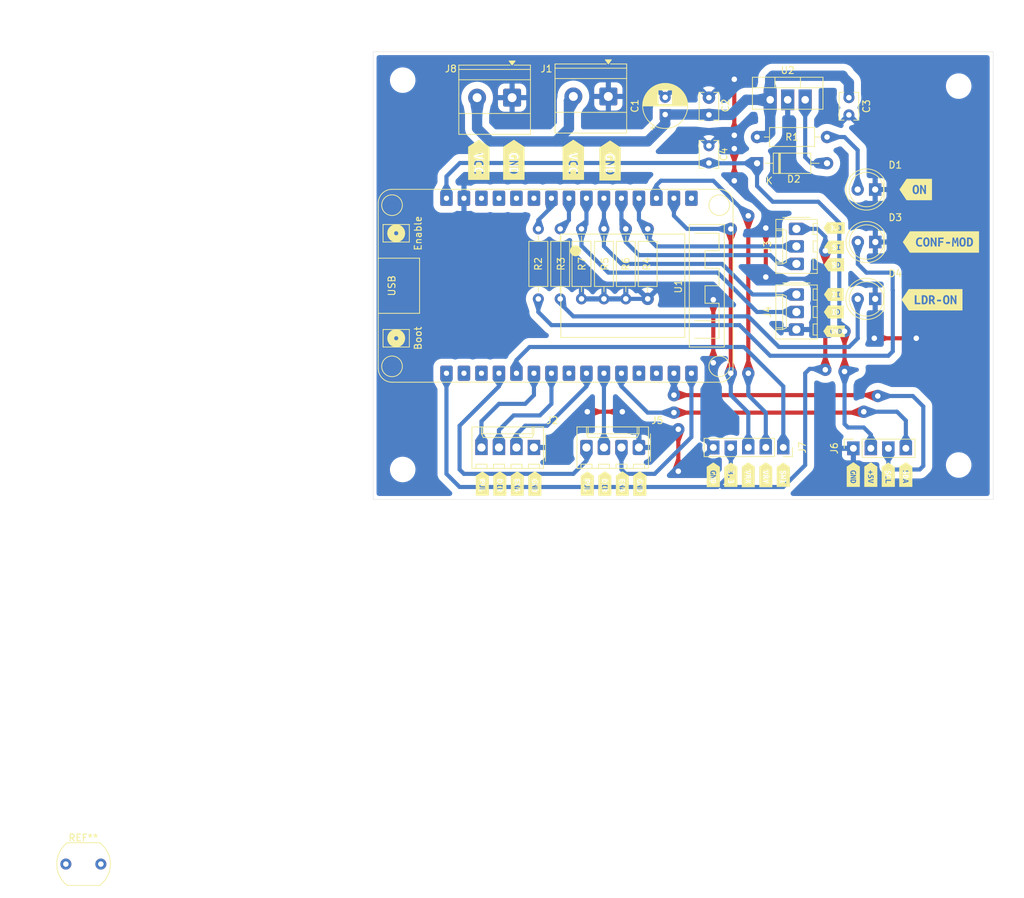
<source format=kicad_pcb>
(kicad_pcb (version 20241229) (generator "pcbnew") (generator_version "9.0")
  (layers (0 "F.Cu" signal) (2 "B.Cu" signal) (13 "F.Paste" user) (15 "B.Paste" user) (5 "F.SilkS" user "F.Silkscreen") (7 "B.SilkS" user "B.Silkscreen") (1 "F.Mask" user) (3 "B.Mask" user) (25 "Edge.Cuts" user))
  (net 0 "")
  (net 1 "VCC")
  (net 2 "GND")
  (net 3 "+5V")
  (net 4 "Net-(D1-A)")
  (net 5 "Net-(D2-A)")
  (net 6 "Net-(D3-A)")
  (net 7 "Net-(D4-A)")
  (net 8 "DIR")
  (net 9 "STEP")
  (net 10 "ENA")
  (net 11 "LDR_SI")
  (net 12 "LDR_SD")
  (net 13 "+3.3V")
  (net 14 "LDR_II")
  (net 15 "LDR_ID")
  (net 16 "ENA_V")
  (net 17 "DIR_V")
  (net 18 "STEP_V")
  (net 19 "SDA")
  (net 20 "SCL")
  (net 21 "SW_PIN")
  (net 22 "VRX_PIN")
  (net 23 "VRY_PIN")
  (net 24 "LED_CONF")
  (net 25 "LED_LDR")
  (footprint "kibuzzard-67F1E679" (layer "F.Cu") (at 124.46 121.412 -90)
    (property "Reference" "kibuzzard-67F1E679" (hide yes))
    (property "Value" "G***" (hide yes))
  )
  (footprint "OptoDevice:R_LDR_7x6mm_P5.1mm_Vertical" (layer "F.Cu") (at 25.4 177.927)
    (property "Reference" "REF**" (at 2.54 -3.81 0) (layer "F.SilkS"))
    (property "Value" "R_LDR_7x6mm_P5.1mm_Vertical")
    (pad "1" thru_hole circle (at 0 0) (size 1.6 1.6) (drill 0.8) (layers "*.Cu" "*.Mask"))
    (pad "2" thru_hole circle (at 5.08 0) (size 1.6 1.6) (drill 0.8) (layers "*.Cu" "*.Mask"))
  )
  (footprint "kibuzzard-67F1E4A8" (layer "F.Cu") (at 136.906 88.392)
    (property "Reference" "kibuzzard-67F1E4A8" (hide yes))
    (property "Value" "G***" (hide yes))
  )
  (footprint "LED_THT:LED_D5.0mm" (layer "F.Cu") (at 142.875 80.01 180)
    (property "Reference" "D1" (at -2.921 3.556 0) (layer "F.SilkS"))
    (property "Value" "~")
    (pad "1" thru_hole rect (at 0 0 180) (size 1.8 1.8) (drill 0.9) (layers "*.Cu" "*.Mask") (net 2 "GND"))
    (pad "2" thru_hole circle (at 2.54 0 180) (size 1.8 1.8) (drill 0.9) (layers "*.Cu" "*.Mask") (net 4 "Net-(D1-A)"))
  )
  (footprint "kibuzzard-67F1ED07" (layer "F.Cu") (at 148.760049 80.01)
    (property "Reference" "kibuzzard-67F1ED07" (hide yes))
    (property "Value" "G***" (hide yes))
  )
  (footprint "Resistor_THT:R_Axial_DIN0207_L6.3mm_D2.5mm_P10.16mm_Horizontal" (layer "F.Cu") (at 103.505 85.725 -90)
    (property "Reference" "R5" (at 5.08 -0.127 90) (layer "F.SilkS"))
    (property "Value" "10K")
    (pad "1" thru_hole circle (at 0 0 270) (size 1.6 1.6) (drill 0.8) (layers "*.Cu" "*.Mask") (net 14 "LDR_II"))
    (pad "2" thru_hole oval (at 10.16 0 270) (size 1.6 1.6) (drill 0.8) (layers "*.Cu" "*.Mask") (net 2 "GND"))
  )
  (footprint "kibuzzard-67F1E689" (layer "F.Cu") (at 129.54 121.412 -90)
    (property "Reference" "kibuzzard-67F1E689" (hide yes))
    (property "Value" "G***" (hide yes))
  )
  (footprint "@EmersonPrez15:ESP32_DEVKIT_V1_E32" (layer "F.Cu") (at 116.205 93.98 -90)
    (property "Reference" "U1" (at 0.095 1.905 90) (layer "F.SilkS"))
    (property "Value" "ESP32_DevKit_V1_DOIT")
    (fp_text user "Boot" (at 7.62 39.68 90) (layer "F.SilkS"))
    (fp_text user "USB" (at 0 43.49 90) (layer "F.SilkS"))
    (fp_text user "Enable" (at -7.62 39.68 90) (layer "F.SilkS"))
    (pad "1" thru_hole roundrect (at -12.7 0 270) (size 2.2 1.8) (drill 0.762) (layers "*.Cu" "*.Mask") (roundrect_rratio 0.1315789474))
    (pad "2" thru_hole roundrect (at -12.7 2.54 270) (size 2.2 1.8) (drill 0.762) (layers "*.Cu" "*.Mask") (roundrect_rratio 0.1315789474) (net 22 "VRX_PIN"))
    (pad "3" thru_hole roundrect (at -12.7 5.08 270) (size 2.2 1.8) (drill 0.762) (layers "*.Cu" "*.Mask") (roundrect_rratio 0.1315789474) (net 23 "VRY_PIN"))
    (pad "4" thru_hole roundrect (at -12.7 7.62 270) (size 2.2 1.8) (drill 0.762) (layers "*.Cu" "*.Mask") (roundrect_rratio 0.1315789474) (net 11 "LDR_SI"))
    (pad "5" thru_hole roundrect (at -12.7 10.16 270) (size 2.2 1.8) (drill 0.762) (layers "*.Cu" "*.Mask") (roundrect_rratio 0.1315789474) (net 12 "LDR_SD"))
    (pad "6" thru_hole roundrect (at -12.7 12.7 270) (size 2.2 1.8) (drill 0.762) (layers "*.Cu" "*.Mask") (roundrect_rratio 0.1315789474) (net 14 "LDR_II"))
    (pad "7" thru_hole roundrect (at -12.7 15.24 270) (size 2.2 1.8) (drill 0.762) (layers "*.Cu" "*.Mask") (roundrect_rratio 0.1315789474) (net 15 "LDR_ID"))
    (pad "8" thru_hole roundrect (at -12.7 17.78 270) (size 2.2 1.8) (drill 0.762) (layers "*.Cu" "*.Mask") (roundrect_rratio 0.1315789474) (net 25 "LED_LDR"))
    (pad "9" thru_hole roundrect (at -12.7 20.32 270) (size 2.2 1.8) (drill 0.762) (layers "*.Cu" "*.Mask") (roundrect_rratio 0.1315789474) (net 24 "LED_CONF"))
    (pad "10" thru_hole roundrect (at -12.7 22.86 270) (size 2.2 1.8) (drill 0.762) (layers "*.Cu" "*.Mask") (roundrect_rratio 0.1315789474))
    (pad "11" thru_hole roundrect (at -12.7 25.4 270) (size 2.2 1.8) (drill 0.762) (layers "*.Cu" "*.Mask") (roundrect_rratio 0.1315789474))
    (pad "12" thru_hole roundrect (at -12.7 27.94 270) (size 2.2 1.8) (drill 0.762) (layers "*.Cu" "*.Mask") (roundrect_rratio 0.1315789474))
    (pad "13" thru_hole roundrect (at -12.7 30.48 270) (size 2.2 1.8) (drill 0.762) (layers "*.Cu" "*.Mask") (roundrect_rratio 0.1315789474))
    (pad "14" thru_hole roundrect (at -12.7 33.02 270) (size 2.2 1.8) (drill 0.762) (layers "*.Cu" "*.Mask") (roundrect_rratio 0.1315789474) (net 2 "GND"))
    (pad "15" thru_hole roundrect (at -12.7 35.56 270) (size 2.2 1.8) (drill 0.762) (layers "*.Cu" "*.Mask") (roundrect_rratio 0.1315789474) (net 3 "+5V"))
    (pad "16" thru_hole roundrect (at 12.7 35.56 270) (size 2.2 1.8) (drill 0.762) (layers "*.Cu" "*.Mask") (roundrect_rratio 0.1315789474) (net 13 "+3.3V"))
    (pad "17" thru_hole roundrect (at 12.7 33.02 270) (size 2.2 1.8) (drill 0.762) (layers "*.Cu" "*.Mask") (roundrect_rratio 0.1315789474))
    (pad "18" thru_hole roundrect (at 12.7 30.48 270) (size 2.2 1.8) (drill 0.762) (layers "*.Cu" "*.Mask") (roundrect_rratio 0.1315789474))
    (pad "19" thru_hole roundrect (at 12.7 27.94 270) (size 2.2 1.8) (drill 0.762) (layers "*.Cu" "*.Mask") (roundrect_rratio 0.1315789474) (net 18 "STEP_V"))
    (pad "20" thru_hole roundrect (at 12.7 25.4 270) (size 2.2 1.8) (drill 0.762) (layers "*.Cu" "*.Mask") (roundrect_rratio 0.1315789474) (net 21 "SW_PIN"))
    (pad "21" thru_hole roundrect (at 12.7 22.86 270) (size 2.2 1.8) (drill 0.762) (layers "*.Cu" "*.Mask") (roundrect_rratio 0.1315789474) (net 9 "STEP"))
    (pad "22" thru_hole roundrect (at 12.7 20.32 270) (size 2.2 1.8) (drill 0.762) (layers "*.Cu" "*.Mask") (roundrect_rratio 0.1315789474) (net 8 "DIR"))
    (pad "23" thru_hole roundrect (at 12.7 17.78 270) (size 2.2 1.8) (drill 0.762) (layers "*.Cu" "*.Mask") (roundrect_rratio 0.1315789474))
    (pad "24" thru_hole roundrect (at 12.7 15.24 270) (size 2.2 1.8) (drill 0.762) (layers "*.Cu" "*.Mask") (roundrect_rratio 0.1315789474) (net 10 "ENA"))
    (pad "25" thru_hole roundrect (at 12.7 12.7 270) (size 2.2 1.8) (drill 0.762) (layers "*.Cu" "*.Mask") (roundrect_rratio 0.1315789474) (net 17 "DIR_V"))
    (pad "26" thru_hole roundrect (at 12.7 10.16 270) (size 2.2 1.8) (drill 0.762) (layers "*.Cu" "*.Mask") (roundrect_rratio 0.1315789474) (net 19 "SDA"))
    (pad "27" thru_hole roundrect (at 12.7 7.62 270) (size 2.2 1.8) (drill 0.762) (layers "*.Cu" "*.Mask") (roundrect_rratio 0.1315789474))
    (pad "28" thru_hole roundrect (at 12.7 5.08 270) (size 2.2 1.8) (drill 0.762) (layers "*.Cu" "*.Mask") (roundrect_rratio 0.1315789474))
    (pad "29" thru_hole roundrect (at 12.7 2.54 270) (size 2.2 1.8) (drill 0.762) (layers "*.Cu" "*.Mask") (roundrect_rratio 0.1315789474) (net 20 "SCL"))
    (pad "30" thru_hole roundrect (at 12.7 0 270) (size 2.2 1.8) (drill 0.762) (layers "*.Cu" "*.Mask") (roundrect_rratio 0.1315789474) (net 16 "ENA_V"))
  )
  (footprint "Resistor_THT:R_Axial_DIN0207_L6.3mm_D2.5mm_P10.16mm_Horizontal" (layer "F.Cu") (at 97.155 85.725 -90)
    (property "Reference" "R3" (at 5.08 -0.127 90) (layer "F.SilkS"))
    (property "Value" "470")
    (pad "1" thru_hole circle (at 0 0 270) (size 1.6 1.6) (drill 0.8) (layers "*.Cu" "*.Mask") (net 25 "LED_LDR"))
    (pad "2" thru_hole oval (at 10.16 0 270) (size 1.6 1.6) (drill 0.8) (layers "*.Cu" "*.Mask") (net 7 "Net-(D4-A)"))
  )
  (footprint "kibuzzard-67F1E5E3" (layer "F.Cu") (at 90.932 122.682 -90)
    (property "Reference" "kibuzzard-67F1E5E3" (hide yes))
    (property "Value" "G***" (hide yes))
  )
  (footprint "TerminalBlock_Phoenix:TerminalBlock_Phoenix_MKDS-1,5-2-5.08_1x02_P5.08mm_Horizontal" (layer "F.Cu") (at 90.175 66.675 180)
    (property "Reference" "J8" (at 8.895 4.191 0) (layer "F.SilkS"))
    (property "Value" "V_MOTOR")
    (pad "1" thru_hole roundrect (at 0 0 180) (size 2.6 2.6) (drill 1.3) (layers "*.Cu" "*.Mask") (roundrect_rratio 0.096154) (net 2 "GND"))
    (pad "2" thru_hole circle (at 5.08 0 180) (size 2.6 2.6) (drill 1.3) (layers "*.Cu" "*.Mask") (net 1 "VCC"))
  )
  (footprint "Capacitor_THT:CP_Radial_D6.3mm_P2.50mm" (layer "F.Cu") (at 112.395 69.12738 90)
    (property "Reference" "C1" (at 1.25 -4.4 90) (layer "F.SilkS"))
    (property "Value" "220uF/25V")
    (pad "1" thru_hole rect (at 0 0 90) (size 1.6 1.6) (drill 0.8) (layers "*.Cu" "*.Mask") (net 1 "VCC"))
    (pad "2" thru_hole circle (at 2.5 0 90) (size 1.6 1.6) (drill 0.8) (layers "*.Cu" "*.Mask") (net 2 "GND"))
  )
  (footprint "kibuzzard-67F1E673" (layer "F.Cu") (at 121.92 121.412 -90)
    (property "Reference" "kibuzzard-67F1E673" (hide yes))
    (property "Value" "G***" (hide yes))
  )
  (footprint "kibuzzard-67F1E66D" (layer "F.Cu") (at 119.38 121.412 -90)
    (property "Reference" "kibuzzard-67F1E66D" (hide yes))
    (property "Value" "G***" (hide yes))
  )
  (footprint "Package_TO_SOT_THT:TO-220-3_Vertical" (layer "F.Cu") (at 127.635 66.985)
    (property "Reference" "U2" (at 2.54 -4.27 0) (layer "F.SilkS"))
    (property "Value" "LM7805_TO220")
    (pad "1" thru_hole rect (at 0 0) (size 1.905 3) (drill 1.1) (layers "*.Cu" "*.Mask") (net 1 "VCC"))
    (pad "2" thru_hole rect (at 2.54 0) (size 1.905 3) (drill 1.1) (layers "*.Cu" "*.Mask") (net 2 "GND"))
    (pad "3" thru_hole rect (at 5.08 0) (size 1.905 3) (drill 1.1) (layers "*.Cu" "*.Mask") (net 5 "Net-(D2-A)"))
  )
  (footprint "MountingHole:MountingHole_3.2mm_M3" (layer "F.Cu") (at 74.295 64.135)
    (property "Reference" "REF**" (hide yes))
    (property "Value" "MountingHole_3.2mm_M3")
    (pad "" np_thru_hole circle (at 0 0) (size 3.2 3.2) (drill 3.2) (layers "*.Cu" "*.Mask"))
  )
  (footprint "Diode_THT:D_A-405_P10.16mm_Horizontal" (layer "F.Cu") (at 125.73 76.2)
    (property "Reference" "D2" (at 5.334 2.286 0) (layer "F.SilkS"))
    (property "Value" "1N4007")
    (fp_text user "K" (at 1.778 2.54 0) (layer "F.SilkS"))
    (pad "1" thru_hole rect (at 0 0) (size 1.8 1.8) (drill 0.9) (layers "*.Cu" "*.Mask") (net 3 "+5V"))
    (pad "2" thru_hole oval (at 10.16 0) (size 1.8 1.8) (drill 0.9) (layers "*.Cu" "*.Mask") (net 5 "Net-(D2-A)"))
  )
  (footprint "Connector_Molex:Molex_KK-254_AE-6410-04A_1x04_P2.54mm_Vertical" (layer "F.Cu") (at 108.585 117.455 180)
    (property "Reference" "J5" (at -2.667 3.917 0) (layer "F.SilkS"))
    (property "Value" "MOTOR B")
    (pad "1" thru_hole roundrect (at 0 0 180) (size 1.8 2.2) (drill 1.19) (layers "*.Cu" "*.Mask") (roundrect_rratio 0.143678) (net 2 "GND"))
    (pad "2" thru_hole roundrect (at 2.54 0 180) (size 1.8 2.2) (drill 1.19) (layers "*.Cu" "*.Mask") (roundrect_rratio 0.143678) (net 16 "ENA_V"))
    (pad "3" thru_hole roundrect (at 5.08 0 180) (size 1.8 2.2) (drill 1.19) (layers "*.Cu" "*.Mask") (roundrect_rratio 0.143678) (net 17 "DIR_V"))
    (pad "4" thru_hole roundrect (at 7.62 0 180) (size 1.8 2.2) (drill 1.19) (layers "*.Cu" "*.Mask") (roundrect_rratio 0.143678) (net 18 "STEP_V"))
  )
  (footprint "kibuzzard-67F1E4B2" (layer "F.Cu") (at 136.906 90.932)
    (property "Reference" "kibuzzard-67F1E4B2" (hide yes))
    (property "Value" "G***" (hide yes))
  )
  (footprint "Connector_Molex:Molex_KK-254_AE-6410-04A_1x04_P2.54mm_Vertical" (layer "F.Cu") (at 93.345 117.455 180)
    (property "Reference" "J2" (at -2.667 3.917 0) (layer "F.SilkS"))
    (property "Value" "MOTOR A")
    (pad "1" thru_hole rect (at 0 0 180) (size 1.8 2.2) (drill 1.19) (layers "*.Cu" "*.Mask") (net 2 "GND"))
    (pad "2" thru_hole rect (at 2.54 0 180) (size 1.8 2.2) (drill 1.19) (layers "*.Cu" "*.Mask") (net 10 "ENA"))
    (pad "3" thru_hole rect (at 5.08 0 180) (size 1.8 2.2) (drill 1.19) (layers "*.Cu" "*.Mask") (net 8 "DIR"))
    (pad "4" thru_hole rect (at 7.62 0 180) (size 1.8 2.2) (drill 1.19) (layers "*.Cu" "*.Mask") (net 9 "STEP"))
  )
  (footprint "kibuzzard-67F1E5F0" (layer "F.Cu") (at 139.7 121.386799 -90)
    (property "Reference" "kibuzzard-67F1E5F0" (hide yes))
    (property "Value" "G***" (hide yes))
  )
  (footprint "Resistor_THT:R_Axial_DIN0207_L6.3mm_D2.5mm_P10.16mm_Horizontal" (layer "F.Cu") (at 100.245 85.725 -90)
    (property "Reference" "R7" (at 5.08 -0.085 90) (layer "F.SilkS"))
    (property "Value" "10K")
    (pad "1" thru_hole circle (at 0 0 270) (size 1.6 1.6) (drill 0.8) (layers "*.Cu" "*.Mask") (net 15 "LDR_ID"))
    (pad "2" thru_hole oval (at 10.16 0 270) (size 1.6 1.6) (drill 0.8) (layers "*.Cu" "*.Mask") (net 2 "GND"))
  )
  (footprint "kibuzzard-67F1E4DB" (layer "F.Cu") (at 136.906 100.584)
    (property "Reference" "kibuzzard-67F1E4DB" (hide yes))
    (property "Value" "G***" (hide yes))
  )
  (footprint "kibuzzard-67F1E62A" (layer "F.Cu") (at 101.092 122.682 -90)
    (property "Reference" "kibuzzard-67F1E62A" (hide yes))
    (property "Value" "G***" (hide yes))
  )
  (footprint "kibuzzard-67F1ED0E" (layer "F.Cu") (at 152.417965 87.63)
    (property "Reference" "kibuzzard-67F1ED0E" (hide yes))
    (property "Value" "G***" (hide yes))
  )
  (footprint "kibuzzard-67F1ED13" (layer "F.Cu") (at 151.13 96.012)
    (property "Reference" "kibuzzard-67F1ED13" (hide yes))
    (property "Value" "G***" (hide yes))
  )
  (footprint "Capacitor_THT:C_Disc_D3.8mm_W2.6mm_P2.50mm" (layer "F.Cu") (at 118.745 69.175 90)
    (property "Reference" "C2" (at 1.357 2.413 90) (layer "F.SilkS"))
    (property "Value" "100nF")
    (pad "1" thru_hole circle (at 0 0 90) (size 1.8 1.8) (drill 0.8) (layers "*.Cu" "*.Mask") (net 1 "VCC"))
    (pad "2" thru_hole circle (at 2.5 0 90) (size 1.8 1.8) (drill 0.8) (layers "*.Cu" "*.Mask") (net 2 "GND"))
  )
  (footprint "Resistor_THT:R_Axial_DIN0207_L6.3mm_D2.5mm_P10.16mm_Horizontal" (layer "F.Cu") (at 106.68 85.725 -90)
    (property "Reference" "R6" (at 5.08 0 90) (layer "F.SilkS"))
    (property "Value" "10K")
    (pad "1" thru_hole circle (at 0 0 270) (size 1.8 1.8) (drill 0.8) (layers "*.Cu" "*.Mask") (net 12 "LDR_SD"))
    (pad "2" thru_hole oval (at 10.16 0 270) (size 1.6 1.6) (drill 0.8) (layers "*.Cu" "*.Mask") (net 2 "GND"))
  )
  (footprint "kibuzzard-67F1E5F0" (layer "F.Cu") (at 93.472 122.682 -90)
    (property "Reference" "kibuzzard-67F1E5F0" (hide yes))
    (property "Value" "G***" (hide yes))
  )
  (footprint "kibuzzard-67F1ED00" (layer "F.Cu") (at 104.394 75.795123 -90)
    (property "Reference" "kibuzzard-67F1ED00" (hide yes))
    (property "Value" "G***" (hide yes))
  )
  (footprint "Connector_PinSocket_2.54mm:PinSocket_1x05_P2.54mm_Vertical" (layer "F.Cu") (at 129.54 117.455 -90)
    (property "Reference" "J7" (at 0 -2.77 90) (layer "F.SilkS"))
    (property "Value" "JOYSTICK")
    (pad "1" thru_hole rect (at 0 0 270) (size 2 1.8) (drill 1) (layers "*.Cu" "*.Mask") (net 21 "SW_PIN"))
    (pad "2" thru_hole rect (at 0 2.54 270) (size 2 1.8) (drill 1) (layers "*.Cu" "*.Mask") (net 23 "VRY_PIN"))
    (pad "3" thru_hole rect (at 0 5.08 270) (size 2 1.8) (drill 1) (layers "*.Cu" "*.Mask") (net 22 "VRX_PIN"))
    (pad "4" thru_hole rect (at 0 7.62 270) (size 2 1.8) (drill 1) (layers "*.Cu" "*.Mask") (net 13 "+3.3V"))
    (pad "5" thru_hole rect (at 0 10.16 270) (size 2 1.8) (drill 1) (layers "*.Cu" "*.Mask") (net 2 "GND"))
  )
  (footprint "MountingHole:MountingHole_3.2mm_M3" (layer "F.Cu") (at 74.295 120.65)
    (property "Reference" "REF**" (hide yes))
    (property "Value" "MountingHole_3.2mm_M3")
    (pad "" np_thru_hole circle (at 0 0) (size 3.2 3.2) (drill 3.2) (layers "*.Cu" "*.Mask"))
  )
  (footprint "kibuzzard-67F1E6A7" (layer "F.Cu") (at 144.78 121.4036 -90)
    (property "Reference" "kibuzzard-67F1E6A7" (hide yes))
    (property "Value" "G***" (hide yes))
  )
  (footprint "kibuzzard-67F1E6AC" (layer "F.Cu") (at 147.32 121.383568 -90)
    (property "Reference" "kibuzzard-67F1E6AC" (hide yes))
    (property "Value" "G***" (hide yes))
  )
  (footprint "kibuzzard-67F1E5DB" (layer "F.Cu") (at 103.632 122.682 -90)
    (property "Reference" "kibuzzard-67F1E5DB" (hide yes))
    (property "Value" "G***" (hide yes))
  )
  (footprint "kibuzzard-67F1E69E" (layer "F.Cu") (at 142.24 121.388522 -90)
    (property "Reference" "kibuzzard-67F1E69E" (hide yes))
    (property "Value" "G***" (hide yes))
  )
  (footprint "Resistor_THT:R_Axial_DIN0207_L6.3mm_D2.5mm_P10.16mm_Horizontal" (layer "F.Cu") (at 125.73 72.39)
    (property "Reference" "R1" (at 5.08 0 0) (layer "F.SilkS"))
    (property "Value" "1K")
    (pad "1" thru_hole oval (at 0 0) (size 1.8 1.8) (drill 0.8) (layers "*.Cu" "*.Mask") (net 1 "VCC"))
    (pad "2" thru_hole oval (at 10.16 0) (size 1.8 1.8) (drill 0.8) (layers "*.Cu" "*.Mask") (net 4 "Net-(D1-A)"))
  )
  (footprint "kibuzzard-67F1E4EA" (layer "F.Cu") (at 136.869884 95.25)
    (property "Reference" "kibuzzard-67F1E4EA" (hide yes))
    (property "Value" "G***" (hide yes))
  )
  (footprint "Connector_PinSocket_2.54mm:PinSocket_1x04_P2.54mm_Vertical" (layer "F.Cu") (at 139.71 117.577 90)
    (property "Reference" "J6" (at 0 -2.77 90) (layer "F.SilkS"))
    (property "Value" "OLED")
    (pad "1" thru_hole rect (at 0 0 90) (size 2 1.8) (drill 1) (layers "*.Cu" "*.Mask") (net 2 "GND"))
    (pad "2" thru_hole rect (at 0 2.54 90) (size 2 1.8) (drill 1) (layers "*.Cu" "*.Mask") (net 3 "+5V"))
    (pad "3" thru_hole rect (at 0 5.08 90) (size 2 1.8) (drill 1) (layers "*.Cu" "*.Mask") (net 20 "SCL"))
    (pad "4" thru_hole rect (at 0 7.62 90) (size 2 1.8) (drill 1) (layers "*.Cu" "*.Mask") (net 19 "SDA"))
  )
  (footprint "LED_THT:LED_D5.0mm" (layer "F.Cu") (at 142.88 95.885 180)
    (property "Reference" "D4" (at -2.916 3.683 0) (layer "F.SilkS"))
    (property "Value" "~")
    (pad "1" thru_hole rect (at 0 0 180) (size 1.8 1.8) (drill 0.9) (layers "*.Cu" "*.Mask") (net 2 "GND"))
    (pad "2" thru_hole circle (at 2.54 0 180) (size 1.8 1.8) (drill 0.9) (layers "*.Cu" "*.Mask") (net 7 "Net-(D4-A)"))
  )
  (footprint "kibuzzard-67F1ECF6" (layer "F.Cu") (at 90.424 75.692 -90)
    (property "Reference" "kibuzzard-67F1ECF6" (hide yes))
    (property "Value" "G***" (hide yes))
  )
  (footprint "Resistor_THT:R_Axial_DIN0207_L6.3mm_D2.5mm_P10.16mm_Horizontal" (layer "F.Cu") (at 93.98 85.725 -90)
    (property "Reference" "R2" (at 5.08 0 90) (layer "F.SilkS"))
    (property "Value" "470")
    (pad "1" thru_hole circle (at 0 0 270) (size 1.6 1.6) (drill 0.8) (layers "*.Cu" "*.Mask") (net 24 "LED_CONF"))
    (pad "2" thru_hole oval (at 10.16 0 270) (size 1.6 1.6) (drill 0.8) (layers "*.Cu" "*.Mask") (net 6 "Net-(D3-A)"))
  )
  (footprint "Capacitor_THT:C_Disc_D3.8mm_W2.6mm_P2.50mm" (layer "F.Cu") (at 118.745 76.16 90)
    (property "Reference" "C4" (at 1.25 2.159 90) (layer "F.SilkS"))
    (property "Value" "100nF")
    (pad "1" thru_hole circle (at 0 0 90) (size 1.6 1.6) (drill 0.8) (layers "*.Cu" "*.Mask") (net 3 "+5V"))
    (pad "2" thru_hole circle (at 2.5 0 90) (size 1.6 1.6) (drill 0.8) (layers "*.Cu" "*.Mask") (net 2 "GND"))
  )
  (footprint "TerminalBlock_Phoenix:TerminalBlock_Phoenix_MKDS-1,5-2-5.08_1x02_P5.08mm_Horizontal" (layer "F.Cu") (at 104.145 66.5025 180)
    (property "Reference" "J1" (at 8.98373 4.010699 0) (layer "F.SilkS"))
    (property "Value" "VIN")
    (pad "1" thru_hole roundrect (at 0 0 180) (size 2.6 2.6) (drill 1.3) (layers "*.Cu" "*.Mask") (roundrect_rratio 0.096154) (net 2 "GND"))
    (pad "2" thru_hole circle (at 5.08 0 180) (size 2.6 2.6) (drill 1.3) (layers "*.Cu" "*.Mask") (net 1 "VCC"))
  )
  (footprint "kibuzzard-67F1E47E" (layer "F.Cu") (at 136.906 85.598)
    (property "Reference" "kibuzzard-67F1E47E" (hide yes))
    (property "Value" "G***" (hide yes))
  )
  (footprint "MountingHole:MountingHole_3.2mm_M3" (layer "F.Cu") (at 155 65)
    (property "Reference" "REF**" (hide yes))
    (property "Value" "MountingHole_3.2mm_M3")
    (pad "" np_thru_hole circle (at 0 0) (size 3.2 3.2) (drill 3.2) (layers "*.Cu" "*.Mask"))
  )
  (footprint "Resistor_THT:R_Axial_DIN0207_L6.3mm_D2.5mm_P10.16mm_Horizontal" (layer "F.Cu") (at 109.855 85.725 -90)
    (property "Reference" "R4" (at 5.08 0.127 90) (layer "F.SilkS"))
    (property "Value" "10K")
    (pad "1" thru_hole circle (at 0 0 270) (size 1.8 1.8) (drill 0.8) (layers "*.Cu" "*.Mask") (net 11 "LDR_SI"))
    (pad "2" thru_hole circle (at 10.16 0 270) (size 1.8 1.8) (drill 0.8) (layers "*.Cu" "*.Mask") (net 2 "GND"))
  )
  (footprint "Connector_Molex:Molex_KK-254_AE-6410-03A_1x03_P2.54mm_Vertical" (layer "F.Cu") (at 131.445 85.725 -90)
    (property "Reference" "J3" (at 2.54 4.191 90) (layer "F.SilkS"))
    (property "Value" "LDR-S")
    (pad "1" thru_hole roundrect (at 0 0 270) (size 1.8 2.2) (drill 1.19) (layers "*.Cu" "*.Mask") (roundrect_rratio 0.143678) (net 13 "+3.3V"))
    (pad "2" thru_hole roundrect (at 2.54 0 270) (size 1.8 2.2) (drill 1.19) (layers "*.Cu" "*.Mask") (roundrect_rratio 0.143678) (net 11 "LDR_SI"))
    (pad "3" thru_hole roundrect (at 5.08 0 270) (size 1.8 2.2) (drill 1.19) (layers "*.Cu" "*.Mask") (roundrect_rratio 0.143678) (net 12 "LDR_SD"))
  )
  (footprint "kibuzzard-67F1E4E2" (layer "F.Cu") (at 136.869884 97.79)
    (property "Reference" "kibuzzard-67F1E4E2" (hide yes))
    (property "Value" "G***" (hide yes))
  )
  (footprint "kibuzzard-67F1ECE8" (layer "F.Cu") (at 85.344 75.692 -90)
    (property "Reference" "kibuzzard-67F1ECE8" (hide yes))
    (property "Value" "G***" (hide yes))
  )
  (footprint "kibuzzard-67F1E67F" (layer "F.Cu") (at 127 121.412 -90)
    (property "Reference" "kibuzzard-67F1E67F" (hide yes))
    (property "Value" "G***" (hide yes))
  )
  (footprint "Connector_Molex:Molex_KK-254_AE-6410-03A_1x03_P2.54mm_Vertical" (layer "F.Cu") (at 131.445 95.25 -90)
    (property "Reference" "J4" (at 2.54 4.191 90) (layer "F.SilkS"))
    (property "Value" "LDR-I")
    (pad "1" thru_hole roundrect (at 0 0 270) (size 1.8 2.2) (drill 1.19) (layers "*.Cu" "*.Mask") (roundrect_rratio 0.143678) (net 14 "LDR_II"))
    (pad "2" thru_hole roundrect (at 2.54 0 270) (size 1.8 2.2) (drill 1.19) (layers "*.Cu" "*.Mask") (roundrect_rratio 0.143678) (net 15 "LDR_ID"))
    (pad "3" thru_hole roundrect (at 5.08 0 270) (size 1.8 2.2) (drill 1.19) (layers "*.Cu" "*.Mask") (roundrect_rratio 0.143678) (net 2 "GND"))
  )
  (footprint "LED_THT:LED_D5.0mm" (layer "F.Cu") (at 142.9 87.63 180)
    (property "Reference" "D3" (at -2.896 3.556 0) (layer "F.SilkS"))
    (property "Value" "~")
    (pad "1" thru_hole rect (at 0 0 180) (size 1.8 1.8) (drill 0.9) (layers "*.Cu" "*.Mask") (net 2 "GND"))
    (pad "2" thru_hole circle (at 2.54 0 180) (size 1.8 1.8) (drill 0.9) (layers "*.Cu" "*.Mask") (net 6 "Net-(D3-A)"))
  )
  (footprint "kibuzzard-67F1E623" (layer "F.Cu") (at 85.852 122.682 -90)
    (property "Reference" "kibuzzard-67F1E623" (hide yes))
    (property "Value" "G***" (hide yes))
  )
  (footprint "Capacitor_THT:C_Disc_D3.8mm_W2.6mm_P2.50mm" (layer "F.Cu") (at 139.065 66.675 -90)
    (property "Reference" "C3" (at 1.25 -2.55 90) (layer "F.SilkS"))
    (property "Value" "100nF")
    (pad "1" thru_hole circle (at 0 0 270) (size 1.6 1.6) (drill 0.8) (layers "*.Cu" "*.Mask") (net 1 "VCC"))
    (pad "2" thru_hole circle (at 2.5 0 270) (size 1.6 1.6) (drill 0.8) (layers "*.Cu" "*.Mask") (net 2 "GND"))
  )
  (footprint "kibuzzard-67F1E5E3" (layer "F.Cu") (at 106.172 122.682 -90)
    (property "Reference" "kibuzzard-67F1E5E3" (hide yes))
    (property "Value" "G***" (hide yes))
  )
  (footprint "MountingHole:MountingHole_3.2mm_M3" (layer "F.Cu") (at 155 120)
    (property "Reference" "REF**" (hide yes))
    (property "Value" "MountingHole_3.2mm_M3")
    (pad "" np_thru_hole circle (at 0 0) (size 3.2 3.2) (drill 3.2) (layers "*.Cu" "*.Mask"))
  )
  (footprint "kibuzzard-67F1E5DB" (layer "F.Cu") (at 88.392 122.682 -90)
    (property "Reference" "kibuzzard-67F1E5DB" (hide yes))
    (property "Value" "G***" (hide yes))
  )
  (footprint "kibuzzard-67F1ECFC" (layer "F.Cu") (at 99.06 75.692 -90)
    (property "Reference" "kibuzzard-67F1ECFC" (hide yes))
    (property "Value" "G***" (hide yes))
  )
  (footprint "kibuzzard-67F1E5F0" (layer "F.Cu") (at 108.712 122.682 -90)
    (property "Reference" "kibuzzard-67F1E5F0" (hide yes))
    (property "Value" "G***" (hide yes))
  )
  (gr_rect (start 70 60) (end 160 125) (stroke (width 0.05)) (fill no) (layer "Edge.Cuts"))
  (segment (start 85.09 71.12) (end 86.995 73.025) (width 1.5) (layer "B.Cu") (net 1))
  (segment (start 85.095 69.21) (end 85.09 69.215) (width 1.5) (layer "B.Cu") (net 1))
  (segment (start 109.855 73.025) (end 96.52 73.025) (width 1.5) (layer "B.Cu") (net 1))
  (segment (start 112.395 69.12738) (end 112.395 70.485) (width 1.5) (layer "B.Cu") (net 1))
  (segment (start 86.995 73.025) (end 96.52 73.025) (width 1.5) (layer "B.Cu") (net 1))
  (segment (start 98.425 67.1425) (end 99.065 66.5025) (width 1.5) (layer "B.Cu") (net 1))
  (segment (start 112.395 70.485) (end 109.855 73.025) (width 1.5) (layer "B.Cu") (net 1))
  (segment (start 127 72.39) (end 127.635 71.755) (width 1.5) (layer "B.Cu") (net 1))
  (segment (start 112.395 69.12738) (end 118.69738 69.12738) (width 1.5) (layer "B.Cu") (net 1))
  (segment (start 96.52 73.025) (end 98.425 71.12) (width 1.5) (layer "B.Cu") (net 1))
  (segment (start 138.176 63.5) (end 138.176 63.627) (width 1.5) (layer "B.Cu") (net 1))
  (segment (start 121.96 69.175) (end 118.745 69.175) (width 1.5) (layer "B.Cu") (net 1))
  (segment (start 127.635 63.881) (end 128.016 63.5) (width 1.5) (layer "B.Cu") (net 1))
  (segment (start 138.176 63.627) (end 139.065 64.516) (width 1.5) (layer "B.Cu") (net 1))
  (segment (start 85.095 66.675) (end 85.095 69.21) (width 1.5) (layer "B.Cu") (net 1))
  (segment (start 124.15 66.985) (end 121.96 69.175) (width 1.5) (layer "B.Cu") (net 1))
  (segment (start 98.425 71.12) (end 98.425 67.1425) (width 1.5) (layer "B.Cu") (net 1))
  (segment (start 125.73 72.39) (end 127 72.39) (width 1.5) (layer "B.Cu") (net 1))
  (segment (start 127.635 71.755) (end 127.635 66.985) (width 1.5) (layer "B.Cu") (net 1))
  (segment (start 139.065 64.516) (end 139.065 66.675) (width 1.5) (layer "B.Cu") (net 1))
  (segment (start 127.635 66.985) (end 127.635 63.881) (width 1.5) (layer "B.Cu") (net 1))
  (segment (start 128.016 63.5) (end 138.176 63.5) (width 1.5) (layer "B.Cu") (net 1))
  (segment (start 85.09 69.215) (end 85.09 71.12) (width 1.5) (layer "B.Cu") (net 1))
  (segment (start 127.635 66.985) (end 124.15 66.985) (width 1.5) (layer "B.Cu") (net 1))
  (segment (start 118.69738 69.12738) (end 118.745 69.175) (width 1.5) (layer "B.Cu") (net 1))
  (segment (start 122.428 78.74) (end 122.428 74.076287) (width 0.6) (layer "F.Cu") (net 2))
  (segment (start 114.3 120.904) (end 114.3 114.808) (width 0.6) (layer "F.Cu") (net 2))
  (segment (start 148.844 101.6) (end 142.748 101.6) (width 0.6) (layer "F.Cu") (net 2))
  (segment (start 127 92.71) (end 127 85.598) (width 0.6) (layer "F.Cu") (net 2))
  (segment (start 119.38 105.156) (end 119.38 96.012) (width 0.6) (layer "F.Cu") (net 2))
  (segment (start 122.428 72.136) (end 122.428 64.008) (width 0.6) (layer "F.Cu") (net 2))
  (segment (start 106.172 112.268) (end 101.092 112.268) (width 0.6) (layer "F.Cu") (net 2))
  (via (at 127 92.71) (size 1.8) (drill 0.8) (layers "F.Cu" "B.Cu") (net 2))
  (via (at 122.428 72.136) (size 1.8) (drill 0.8) (layers "F.Cu" "B.Cu") (net 2))
  (via (at 122.428 78.74) (size 1.8) (drill 0.8) (layers "F.Cu" "B.Cu") (net 2))
  (via (at 101.092 112.268) (size 1.8) (drill 0.8) (layers "F.Cu" "B.Cu") (net 2))
  (via (at 122.428 74.076287) (size 1.8) (drill 0.8) (layers "F.Cu" "B.Cu") (net 2))
  (via (at 119.38 96.012) (size 1.8) (drill 0.8) (layers "F.Cu" "B.Cu") (net 2))
  (via (at 127 85.598) (size 1.8) (drill 0.8) (layers "F.Cu" "B.Cu") (net 2))
  (via (at 148.844 101.6) (size 1.8) (drill 0.8) (layers "F.Cu" "B.Cu") (net 2))
  (via (at 119.38 105.156) (size 1.8) (drill 0.8) (layers "F.Cu" "B.Cu") (net 2))
  (via (at 122.428 64.008) (size 1.8) (drill 0.8) (layers "F.Cu" "B.Cu") (net 2))
  (via (at 106.172 112.268) (size 1.8) (drill 0.8) (layers "F.Cu" "B.Cu") (net 2))
  (via (at 114.3 114.808) (size 1.8) (drill 0.8) (layers "F.Cu" "B.Cu") (net 2))
  (via (at 114.3 120.904) (size 1.8) (drill 0.8) (layers "F.Cu" "B.Cu") (net 2))
  (via (at 142.748 101.6) (size 1.8) (drill 0.8) (layers "F.Cu" "B.Cu") (net 2))
  (segment (start 127.254 92.964) (end 127 92.71) (width 0.6) (layer "B.Cu") (net 2))
  (segment (start 127 83.566) (end 127 85.598) (width 0.6) (layer "B.Cu") (net 2))
  (segment (start 109.855 95.885) (end 106.68 95.885) (width 0.6) (layer "B.Cu") (net 2))
  (segment (start 122.428 78.74) (end 122.682 78.994) (width 0.6) (layer "B.Cu") (net 2))
  (segment (start 122.682 78.994) (end 122.682 79.248) (width 0.6) (layer "B.Cu") (net 2))
  (segment (start 134.366 92.964) (end 127.254 92.964) (width 0.6) (layer "B.Cu") (net 2))
  (segment (start 122.682 79.248) (end 127 83.566) (width 0.6) (layer "B.Cu") (net 2))
  (segment (start 138.43 106.426) (end 138.43 100.584) (width 0.6) (layer "F.Cu") (net 3))
  (via (at 138.43 106.426) (size 1.8) (drill 0.8) (layers "F.Cu" "B.Cu") (net 3))
  (via (at 138.43 100.584) (size 1.8) (drill 0.8) (layers "F.Cu" "B.Cu") (net 3))
  (segment (start 138.43 106.426) (end 138.684 106.172) (width 0.6) (layer "B.Cu") (net 3))
  (segment (start 125.73 79.502) (end 125.73 76.2) (width 0.6) (layer "B.Cu") (net 3))
  (segment (start 128.016 81.788) (end 125.73 79.502) (width 0.6) (layer "B.Cu") (net 3))
  (segment (start 142.25 115.58) (end 141.224 114.554) (width 0.6) (layer "B.Cu") (net 3))
  (segment (start 141.224 114.554) (end 138.938 114.554) (width 0.6) (layer "B.Cu") (net 3))
  (segment (start 138.938 114.554) (end 138.43 114.046) (width 0.6) (layer "B.Cu") (net 3))
  (segment (start 138.43 100.584) (end 137.668 99.822) (width 0.6) (layer "B.Cu") (net 3))
  (segment (start 138.684 106.172) (end 140.208 106.172) (width 0.6) (layer "B.Cu") (net 3))
  (segment (start 80.645 78.105) (end 80.645 81.28) (width 0.6) (layer "B.Cu") (net 3))
  (segment (start 142.25 117.577) (end 142.25 115.58) (width 0.6) (layer "B.Cu") (net 3))
  (segment (start 118.745 76.16) (end 82.59 76.16) (width 0.6) (layer "B.Cu") (net 3))
  (segment (start 118.785 76.2) (end 118.745 76.16) (width 0.6) (layer "B.Cu") (net 3))
  (segment (start 137.668 84.836) (end 134.62 81.788) (width 0.6) (layer "B.Cu") (net 3))
  (segment (start 134.62 81.788) (end 128.016 81.788) (width 0.6) (layer "B.Cu") (net 3))
  (segment (start 138.43 114.046) (end 138.43 106.426) (width 0.6) (layer "B.Cu") (net 3))
  (segment (start 137.668 99.822) (end 137.668 84.836) (width 0.6) (layer "B.Cu") (net 3))
  (segment (start 82.59 76.16) (end 80.645 78.105) (width 0.6) (layer "B.Cu") (net 3))
  (segment (start 125.73 76.2) (end 118.785 76.2) (width 0.6) (layer "B.Cu") (net 3))
  (segment (start 138.43 72.39) (end 135.89 72.39) (width 0.6) (layer "B.Cu") (net 4))
  (segment (start 140.335 74.295) (end 138.43 72.39) (width 0.6) (layer "B.Cu") (net 4))
  (segment (start 140.335 80.01) (end 140.335 74.295) (width 0.6) (layer "B.Cu") (net 4))
  (segment (start 132.715 66.985) (end 132.715 75.311) (width 0.6) (layer "B.Cu") (net 5))
  (segment (start 132.715 75.311) (end 133.604 76.2) (width 0.6) (layer "B.Cu") (net 5))
  (segment (start 133.604 76.2) (end 135.89 76.2) (width 0.6) (layer "B.Cu") (net 5))
  (segment (start 135.89 76.2) (end 134.62 76.2) (width 1.5) (layer "B.Cu") (net 5))
  (segment (start 93.98 97.79) (end 95.885 99.695) (width 0.6) (layer "B.Cu") (net 6))
  (segment (start 95.885 99.695) (end 123.19 99.695) (width 0.6) (layer "B.Cu") (net 6))
  (segment (start 145.435 94.615) (end 145.415 94.595) (width 0.6) (layer "B.Cu") (net 6))
  (segment (start 145.415 94.595) (end 145.415 92.075) (width 0.6) (layer "B.Cu") (net 6))
  (segment (start 145.435 103.505) (end 145.435 94.615) (width 0.6) (layer "B.Cu") (net 6))
  (segment (start 145.415 92.075) (end 141.605 92.075) (width 0.6) (layer "B.Cu") (net 6))
  (segment (start 144.8 104.14) (end 145.435 103.505) (width 0.6) (layer "B.Cu") (net 6))
  (segment (start 123.19 99.695) (end 127.635 104.14) (width 0.6) (layer "B.Cu") (net 6))
  (segment (start 93.98 95.885) (end 93.98 97.79) (width 0.6) (layer "B.Cu") (net 6))
  (segment (start 127.635 104.14) (end 144.8 104.14) (width 0.6) (layer "B.Cu") (net 6))
  (segment (start 141.605 92.075) (end 140.36 90.83) (width 0.6) (layer "B.Cu") (net 6))
  (segment (start 140.36 90.83) (end 140.36 87.63) (width 0.6) (layer "B.Cu") (net 6))
  (segment (start 97.155 96.52) (end 97.155 95.885) (width 0.6) (layer "B.Cu") (net 7))
  (segment (start 140.345 101.61) (end 139.085 102.87) (width 0.6) (layer "B.Cu") (net 7))
  (segment (start 140.34 101.605) (end 140.345 101.61) (width 0.6) (layer "B.Cu") (net 7))
  (segment (start 128.905 102.87) (end 124.46 98.425) (width 0.6) (layer "B.Cu") (net 7))
  (segment (start 124.46 98.425) (end 99.06 98.425) (width 0.6) (layer "B.Cu") (net 7))
  (segment (start 140.36 101.595) (end 140.345 101.61) (width 0.6) (layer "B.Cu") (net 7))
  (segment (start 99.06 98.425) (end 97.155 96.52) (width 0.6) (layer "B.Cu") (net 7))
  (segment (start 140.34 95.885) (end 140.34 101.605) (width 0.6) (layer "B.Cu") (net 7))
  (segment (start 139.085 102.87) (end 128.905 102.87) (width 0.6) (layer "B.Cu") (net 7))
  (segment (start 88.265 114.935) (end 90.403374 112.796626) (width 0.6) (layer "B.Cu") (net 8))
  (segment (start 94.213374 112.796626) (end 95.885 111.125) (width 0.6) (layer "B.Cu") (net 8))
  (segment (start 90.403374 112.796626) (end 94.213374 112.796626) (width 0.6) (layer "B.Cu") (net 8))
  (segment (start 95.885 111.125) (end 95.885 106.68) (width 0.6) (layer "B.Cu") (net 8))
  (segment (start 88.265 117.455) (end 88.265 114.935) (width 0.6) (layer "B.Cu") (net 8))
  (segment (start 92.075 111.125) (end 93.345 109.855) (width 0.6) (layer "B.Cu") (net 9))
  (segment (start 85.725 117.455) (end 85.725 113.665) (width 0.6) (layer "B.Cu") (net 9))
  (segment (start 93.345 109.855) (end 93.345 106.68) (width 0.6) (layer "B.Cu") (net 9))
  (segment (start 88.265 111.125) (end 92.075 111.125) (width 0.6) (layer "B.Cu") (net 9))
  (segment (start 85.725 113.665) (end 88.265 111.125) (width 0.6) (layer "B.Cu") (net 9))
  (segment (start 100.965 108.585) (end 100.965 106.68) (width 0.6) (layer "B.Cu") (net 10))
  (segment (start 92.075 114.3) (end 95.25 114.3) (width 0.6) (layer "B.Cu") (net 10))
  (segment (start 90.805 115.57) (end 92.075 114.3) (width 0.6) (layer "B.Cu") (net 10))
  (segment (start 95.25 114.3) (end 100.965 108.585) (width 0.6) (layer "B.Cu") (net 10))
  (segment (start 90.805 117.455) (end 90.805 115.57) (width 0.6) (layer "B.Cu") (net 10))
  (segment (start 109.855 85.725) (end 109.855 86.995) (width 0.6) (layer "B.Cu") (net 11))
  (segment (start 109.855 86.995) (end 111.125 88.265) (width 0.6) (layer "B.Cu") (net 11))
  (segment (start 108.585 84.455) (end 109.855 85.725) (width 0.6) (layer "B.Cu") (net 11))
  (segment (start 108.585 81.28) (end 108.585 84.455) (width 0.6) (layer "B.Cu") (net 11))
  (segment (start 111.125 88.265) (end 131.445 88.265) (width 0.6) (layer "B.Cu") (net 11))
  (segment (start 106.045 81.28) (end 106.045 85.09) (width 0.6) (layer "B.Cu") (net 12))
  (segment (start 108.585 89.535) (end 127.635 89.535) (width 0.6) (layer "B.Cu") (net 12))
  (segment (start 106.68 87.63) (end 108.585 89.535) (width 0.6) (layer "B.Cu") (net 12))
  (segment (start 127.635 89.535) (end 128.905 90.805) (width 0.6) (layer "B.Cu") (net 12))
  (segment (start 128.905 90.805) (end 131.445 90.805) (width 0.6) (layer "B.Cu") (net 12))
  (segment (start 106.68 85.725) (end 106.68 87.63) (width 0.6) (layer "B.Cu") (net 12))
  (segment (start 106.045 85.09) (end 106.68 85.725) (width 0.6) (layer "B.Cu") (net 12))
  (segment (start 135.636 106.172) (end 135.636 88.9) (width 0.6) (layer "F.Cu") (net 13))
  (via (at 135.636 88.9) (size 1.8) (drill 0.8) (layers "F.Cu" "B.Cu") (net 13))
  (via (at 135.636 106.172) (size 1.8) (drill 0.8) (layers "F.Cu" "B.Cu") (net 13))
  (segment (start 135.636 88.9) (end 135.636 86.868) (width 0.6) (layer "B.Cu") (net 13))
  (segment (start 121.92 117.455) (end 121.92 121.285) (width 0.6) (layer "B.Cu") (net 13))
  (segment (start 121.92 121.285) (end 120.3325 122.8725) (width 0.6) (layer "B.Cu") (net 13))
  (segment (start 133.35 106.045) (end 132.715 106.68) (width 0.6) (layer "B.Cu") (net 13))
  (segment (start 80.645 121.285) (end 80.645 106.68) (width 0.6) (layer "B.Cu") (net 13))
  (segment (start 135.509 106.045) (end 133.35 106.045) (width 0.6) (layer "B.Cu") (net 13))
  (segment (start 135.636 86.868) (end 134.493 85.725) (width 0.6) (layer "B.Cu") (net 13))
  (segment (start 132.715 120.015) (end 129.54 123.19) (width 0.6) (layer "B.Cu") (net 13))
  (segment (start 120.3325 122.8725) (end 120.015 123.19) (width 0.6) (layer "B.Cu") (net 13))
  (segment (start 82.55 123.19) (end 80.645 121.285) (width 0.6) (layer "B.Cu") (net 13))
  (segment (start 135.636 106.172) (end 135.509 106.045) (width 0.6) (layer "B.Cu") (net 13))
  (segment (start 120.015 123.19) (end 82.55 123.19) (width 0.6) (layer "B.Cu") (net 13))
  (segment (start 132.715 106.68) (end 132.715 120.015) (width 0.6) (layer "B.Cu") (net 13))
  (segment (start 129.54 123.19) (end 120.65 123.19) (width 0.6) (layer "B.Cu") (net 13))
  (segment (start 120.65 123.19) (end 120.3325 122.8725) (width 0.6) (layer "B.Cu") (net 13))
  (segment (start 134.493 85.725) (end 131.445 85.725) (width 0.6) (layer "B.Cu") (net 13))
  (segment (start 103.505 81.28) (end 103.505 85.725) (width 0.6) (layer "B.Cu") (net 14))
  (segment (start 120.65 90.805) (end 125.095 95.25) (width 0.6) (layer "B.Cu") (net 14))
  (segment (start 106.045 90.805) (end 120.65 90.805) (width 0.6) (layer "B.Cu") (net 14))
  (segment (start 103.505 85.725) (end 103.505 88.265) (width 0.6) (layer "B.Cu") (net 14))
  (segment (start 125.095 95.25) (end 131.445 95.25) (width 0.6) (layer "B.Cu") (net 14))
  (segment (start 103.505 88.265) (end 106.045 90.805) (width 0.6) (layer "B.Cu") (net 14))
  (segment (start 125.73 97.79) (end 131.445 97.79) (width 0.6) (layer "B.Cu") (net 15))
  (segment (start 100.965 85.005) (end 100.245 85.725) (width 0.6) (layer "B.Cu") (net 15))
  (segment (start 100.965 81.28) (end 100.965 85.005) (width 0.6) (layer "B.Cu") (net 15))
  (segment (start 100.245 85.725) (end 100.245 88.18) (width 0.6) (layer "B.Cu") (net 15))
  (segment (start 100.245 88.18) (end 104.14 92.075) (width 0.6) (layer "B.Cu") (net 15))
  (segment (start 104.14 92.075) (end 120.015 92.075) (width 0.6) (layer "B.Cu") (net 15))
  (segment (start 120.015 92.075) (end 125.73 97.79) (width 0.6) (layer "B.Cu") (net 15))
  (segment (start 116.205 115.951) (end 116.205 106.68) (width 0.6) (layer "B.Cu") (net 16))
  (segment (start 106.045 117.455) (end 106.045 120.65) (width 0.6) (layer "B.Cu") (net 16))
  (segment (start 106.045 120.65) (end 106.68 121.285) (width 0.6) (layer "B.Cu") (net 16))
  (segment (start 106.68 121.285) (end 110.871 121.285) (width 0.6) (layer "B.Cu") (net 16))
  (segment (start 110.871 121.285) (end 116.205 115.951) (width 0.6) (layer "B.Cu") (net 16))
  (segment (start 103.505 117.455) (end 103.505 106.68) (width 0.6) (layer "B.Cu") (net 17))
  (segment (start 100.965 119.38) (end 99.06 121.285) (width 0.6) (layer "B.Cu") (net 18))
  (segment (start 83.185 121.285) (end 82.55 120.65) (width 0.6) (layer "B.Cu") (net 18))
  (segment (start 100.965 117.455) (end 100.965 119.38) (width 0.6) (layer "B.Cu") (net 18))
  (segment (start 82.55 120.65) (end 82.55 114.3) (width 0.6) (layer "B.Cu") (net 18))
  (segment (start 82.55 114.3) (end 88.265 108.585) (width 0.6) (layer "B.Cu") (net 18))
  (segment (start 99.06 121.285) (end 83.185 121.285) (width 0.6) (layer "B.Cu") (net 18))
  (segment (start 88.265 108.585) (end 88.265 106.68) (width 0.6) (layer "B.Cu") (net 18))
  (segment (start 113.665 112.395) (end 141.097 112.395) (width 0.6) (layer "F.Cu") (net 19))
  (segment (start 141.097 112.395) (end 141.224 112.268) (width 0.6) (layer "F.Cu") (net 19))
  (via (at 113.665 112.395) (size 1.8) (drill 0.8) (layers "F.Cu" "B.Cu") (net 19))
  (via (at 141.224 112.268) (size 1.8) (drill 0.8) (layers "F.Cu" "B.Cu") (net 19))
  (segment (start 113.665 112.395) (end 109.855 112.395) (width 0.6) (layer "B.Cu") (net 19))
  (segment (start 141.224 112.268) (end 146.05 112.268) (width 0.6) (layer "B.Cu") (net 19))
  (segment (start 106.045 108.585) (end 106.045 106.68) (width 0.6) (layer "B.Cu") (net 19))
  (segment (start 147.33 113.548) (end 147.33 117.577) (width 0.6) (layer "B.Cu") (net 19))
  (segment (start 146.05 112.268) (end 147.33 113.548) (width 0.6) (layer "B.Cu") (net 19))
  (segment (start 109.855 112.395) (end 106.045 108.585) (width 0.6) (layer "B.Cu") (net 19))
  (segment (start 113.665 109.855) (end 143.129 109.855) (width 0.6) (layer "F.Cu") (net 20))
  (segment (start 143.129 109.855) (end 143.256 109.982) (width 0.6) (layer "F.Cu") (net 20))
  (via (at 113.665 109.855) (size 1.8) (drill 0.8) (layers "F.Cu" "B.Cu") (net 20))
  (via (at 143.256 109.982) (size 1.8) (drill 0.8) (layers "F.Cu" "B.Cu") (net 20))
  (segment (start 113.665 106.68) (end 113.665 109.855) (width 0.6) (layer "B.Cu") (net 20))
  (segment (start 149.86 111.506) (end 149.86 120.142) (width 0.6) (layer "B.Cu") (net 20))
  (segment (start 145.288 120.65) (end 144.78 120.142) (width 0.6) (layer "B.Cu") (net 20))
  (segment (start 144.78 120.142) (end 144.78 119.908) (width 0.6) (layer "B.Cu") (net 20))
  (segment (start 149.86 120.142) (end 149.352 120.65) (width 0.6) (layer "B.Cu") (net 20))
  (segment (start 143.256 109.982) (end 148.336 109.982) (width 0.6) (layer "B.Cu") (net 20))
  (segment (start 148.336 109.982) (end 149.86 111.506) (width 0.6) (layer "B.Cu") (net 20))
  (segment (start 144.78 119.908) (end 144.79 119.898) (width 0.6) (layer "B.Cu") (net 20))
  (segment (start 149.352 120.65) (end 145.288 120.65) (width 0.6) (layer "B.Cu") (net 20))
  (segment (start 144.79 119.898) (end 144.79 117.577) (width 0.6) (layer "B.Cu") (net 20))
  (segment (start 92.71 102.87) (end 90.805 104.775) (width 0.6) (layer "B.Cu") (net 21))
  (segment (start 129.54 108.585) (end 123.825 102.87) (width 0.6) (layer "B.Cu") (net 21))
  (segment (start 123.825 102.87) (end 92.71 102.87) (width 0.6) (layer "B.Cu") (net 21))
  (segment (start 90.805 104.775) (end 90.805 106.68) (width 0.6) (layer "B.Cu") (net 21))
  (segment (start 129.54 117.455) (end 129.54 108.585) (width 0.6) (layer "B.Cu") (net 21))
  (segment (start 121.92 106.68) (end 121.92 85.725) (width 0.6) (layer "F.Cu") (net 22))
  (via (at 121.92 106.68) (size 1.8) (drill 0.8) (layers "F.Cu" "B.Cu") (net 22))
  (via (at 121.92 85.725) (size 1.8) (drill 0.8) (layers "F.Cu" "B.Cu") (net 22))
  (segment (start 124.46 112.395) (end 121.92 109.855) (width 0.6) (layer "B.Cu") (net 22))
  (segment (start 121.92 85.725) (end 115.57 85.725) (width 0.6) (layer "B.Cu") (net 22))
  (segment (start 124.46 117.455) (end 124.46 112.395) (width 0.6) (layer "B.Cu") (net 22))
  (segment (start 113.665 83.82) (end 113.665 81.28) (width 0.6) (layer "B.Cu") (net 22))
  (segment (start 115.57 85.725) (end 113.665 83.82) (width 0.6) (layer "B.Cu") (net 22))
  (segment (start 121.92 109.855) (end 121.92 106.68) (width 0.6) (layer "B.Cu") (net 22))
  (segment (start 124.46 106.68) (end 124.46 83.82) (width 0.6) (layer "F.Cu") (net 23))
  (via (at 124.46 83.82) (size 1.8) (drill 0.8) (layers "F.Cu" "B.Cu") (net 23))
  (via (at 124.46 106.68) (size 1.8) (drill 0.8) (layers "F.Cu" "B.Cu") (net 23))
  (segment (start 124.46 109.855) (end 124.46 109.22) (width 0.6) (layer "B.Cu") (net 23))
  (segment (start 111.76 78.74) (end 111.125 79.375) (width 0.6) (layer "B.Cu") (net 23))
  (segment (start 111.125 79.375) (end 111.125 81.28) (width 0.6) (layer "B.Cu") (net 23))
  (segment (start 127 117.455) (end 127 112.395) (width 0.6) (layer "B.Cu") (net 23))
  (segment (start 124.46 83.82) (end 119.38 78.74) (width 0.6) (layer "B.Cu") (net 23))
  (segment (start 124.46 109.22) (end 124.46 106.68) (width 0.6) (layer "B.Cu") (net 23))
  (segment (start 125.73 111.125) (end 124.46 109.855) (width 0.6) (layer "B.Cu") (net 23))
  (segment (start 127 112.395) (end 125.73 111.125) (width 0.6) (layer "B.Cu") (net 23))
  (segment (start 119.38 78.74) (end 111.76 78.74) (width 0.6) (layer "B.Cu") (net 23))
  (segment (start 95.885 82.55) (end 95.885 81.28) (width 0.6) (layer "B.Cu") (net 24))
  (segment (start 93.98 85.725) (end 93.98 84.455) (width 0.6) (layer "B.Cu") (net 24))
  (segment (start 93.98 84.455) (end 95.885 82.55) (width 0.6) (layer "B.Cu") (net 24))
  (segment (start 97.155 85.725) (end 98.425 84.455) (width 0.6) (layer "B.Cu") (net 25))
  (segment (start 98.425 84.455) (end 98.425 81.28) (width 0.6) (layer "B.Cu") (net 25))
  (zone (net 2) (net_name "GND") (layer "B.Cu") (connect_pads (clearance 1)) (min_thickness 0.75) (fill yes (thermal_gap 0.75) (thermal_bridge_width 0.75))
    (polygon (pts (xy 67.5 55) (xy 162.5 52.5) (xy 162.5 127.5) (xy 67.5 127.5)))
  )
)
</source>
